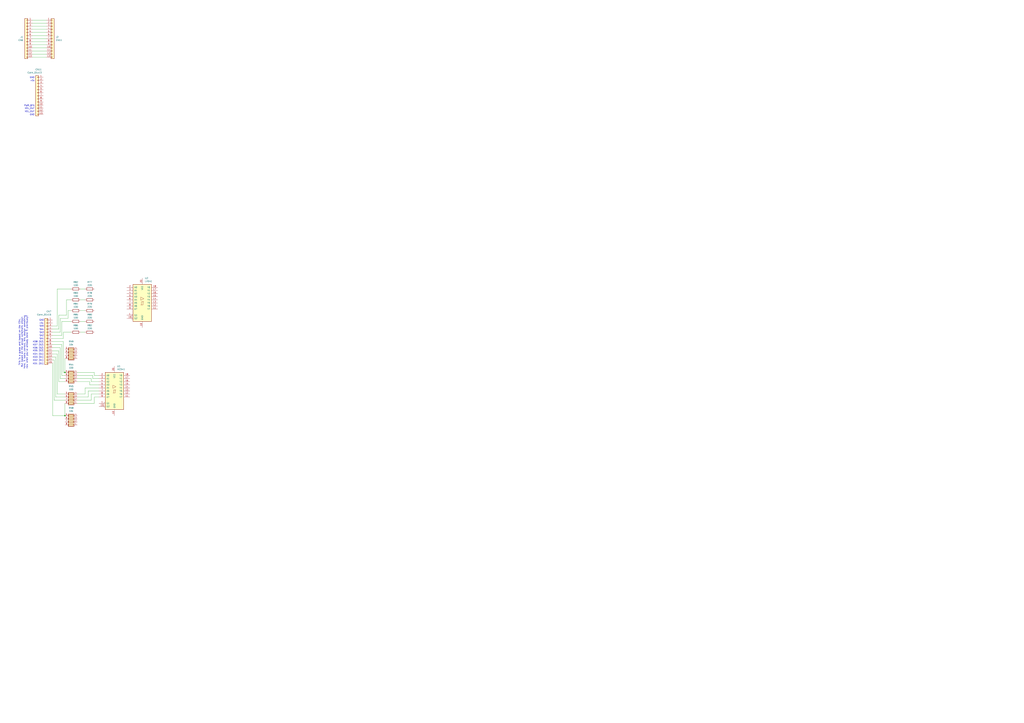
<source format=kicad_sch>
(kicad_sch (version 20231120) (generator "eeschema") (generator_version "8.0")
  (paper "A1")
  (title_block (title "KEP-692"))
  (lib_symbols
    (symbol "74xx:74AHC541" (pin_names (offset 1.016))
      (property "Reference" "U" (at -7.62 16.51 0))
      (property "Value" "74AHC541" (at -7.62 -16.51 0))
      (symbol "74AHC541_1_0"
        (polyline (pts (xy -0.635 -1.6002) (xy -0.635 0.9398) (xy 0.635 0.9398)))
        (polyline (pts (xy -1.27 -1.6002) (xy 0.635 -1.6002) (xy 0.635 0.9398) (xy 1.27 0.9398)))
        (polyline (pts (xy 1.27 3.4798) (xy -1.27 4.7498) (xy -1.27 2.2098) (xy 1.27 3.4798)) (stroke (width 0.1524)))
        (pin input inverted (at -12.7 -10.16 0) (length 5.08) (name "G1") (number "1"))
        (pin power_in line (at 0 -20.32 90) (length 5.08) (name "GND") (number "10"))
        (pin tri_state line (at 12.7 -5.08 180) (length 5.08) (name "Y7") (number "11"))
        (pin tri_state line (at 12.7 -2.54 180) (length 5.08) (name "Y6") (number "12"))
        (pin tri_state line (at 12.7 0 180) (length 5.08) (name "Y5") (number "13"))
        (pin tri_state line (at 12.7 2.54 180) (length 5.08) (name "Y4") (number "14"))
        (pin tri_state line (at 12.7 5.08 180) (length 5.08) (name "Y3") (number "15"))
        (pin tri_state line (at 12.7 7.62 180) (length 5.08) (name "Y2") (number "16"))
        (pin tri_state line (at 12.7 10.16 180) (length 5.08) (name "Y1") (number "17"))
        (pin tri_state line (at 12.7 12.7 180) (length 5.08) (name "Y0") (number "18"))
        (pin input inverted (at -12.7 -12.7 0) (length 5.08) (name "G2") (number "19"))
        (pin input line (at -12.7 12.7 0) (length 5.08) (name "A0") (number "2"))
        (pin power_in line (at 0 20.32 270) (length 5.08) (name "VCC") (number "20"))
        (pin input line (at -12.7 10.16 0) (length 5.08) (name "A1") (number "3"))
        (pin input line (at -12.7 7.62 0) (length 5.08) (name "A2") (number "4"))
        (pin input line (at -12.7 5.08 0) (length 5.08) (name "A3") (number "5"))
        (pin input line (at -12.7 2.54 0) (length 5.08) (name "A4") (number "6"))
        (pin input line (at -12.7 0 0) (length 5.08) (name "A5") (number "7"))
        (pin input line (at -12.7 -2.54 0) (length 5.08) (name "A6") (number "8"))
        (pin input line (at -12.7 -5.08 0) (length 5.08) (name "A7") (number "9"))
      )
      (symbol "74AHC541_1_1"
        (rectangle (start -7.62 15.24) (end 7.62 -15.24) (stroke (width 0.254)) (fill (type background)))
      )
    )
    (symbol "Connector_Generic:Conn_01x13" (pin_names (offset 1.016) hide)
      (property "Reference" "J" (at 0 17.78 0))
      (property "Value" "Conn_01x13" (at 0 -17.78 0))
      (symbol "Conn_01x13_1_1"
        (rectangle (start -1.27 -15.113) (end 0 -15.367) (stroke (width 0.1524)))
        (rectangle (start -1.27 -12.573) (end 0 -12.827) (stroke (width 0.1524)))
        (rectangle (start -1.27 -10.033) (end 0 -10.287) (stroke (width 0.1524)))
        (rectangle (start -1.27 -7.493) (end 0 -7.747) (stroke (width 0.1524)))
        (rectangle (start -1.27 -4.953) (end 0 -5.207) (stroke (width 0.1524)))
        (rectangle (start -1.27 -2.413) (end 0 -2.667) (stroke (width 0.1524)))
        (rectangle (start -1.27 0.127) (end 0 -0.127) (stroke (width 0.1524)))
        (rectangle (start -1.27 2.667) (end 0 2.413) (stroke (width 0.1524)))
        (rectangle (start -1.27 5.207) (end 0 4.953) (stroke (width 0.1524)))
        (rectangle (start -1.27 7.747) (end 0 7.493) (stroke (width 0.1524)))
        (rectangle (start -1.27 10.287) (end 0 10.033) (stroke (width 0.1524)))
        (rectangle (start -1.27 12.827) (end 0 12.573) (stroke (width 0.1524)))
        (rectangle (start -1.27 15.367) (end 0 15.113) (stroke (width 0.1524)))
        (rectangle (start -1.27 16.51) (end 1.27 -16.51) (stroke (width 0.254)) (fill (type background)))
        (pin passive line (at -5.08 15.24 0) (length 3.81) (name "Pin_1") (number "1"))
        (pin passive line (at -5.08 -7.62 0) (length 3.81) (name "Pin_10") (number "10"))
        (pin passive line (at -5.08 -10.16 0) (length 3.81) (name "Pin_11") (number "11"))
        (pin passive line (at -5.08 -12.7 0) (length 3.81) (name "Pin_12") (number "12"))
        (pin passive line (at -5.08 -15.24 0) (length 3.81) (name "Pin_13") (number "13"))
        (pin passive line (at -5.08 12.7 0) (length 3.81) (name "Pin_2") (number "2"))
        (pin passive line (at -5.08 10.16 0) (length 3.81) (name "Pin_3") (number "3"))
        (pin passive line (at -5.08 7.62 0) (length 3.81) (name "Pin_4") (number "4"))
        (pin passive line (at -5.08 5.08 0) (length 3.81) (name "Pin_5") (number "5"))
        (pin passive line (at -5.08 2.54 0) (length 3.81) (name "Pin_6") (number "6"))
        (pin passive line (at -5.08 0 0) (length 3.81) (name "Pin_7") (number "7"))
        (pin passive line (at -5.08 -2.54 0) (length 3.81) (name "Pin_8") (number "8"))
        (pin passive line (at -5.08 -5.08 0) (length 3.81) (name "Pin_9") (number "9"))
      )
    )
    (symbol "Connector_Generic:Conn_01x15" (pin_names (offset 1.016) hide)
      (property "Reference" "J" (at 0 20.32 0))
      (property "Value" "Conn_01x15" (at 0 -20.32 0))
      (symbol "Conn_01x15_1_1"
        (rectangle (start -1.27 -17.653) (end 0 -17.907) (stroke (width 0.1524)))
        (rectangle (start -1.27 -15.113) (end 0 -15.367) (stroke (width 0.1524)))
        (rectangle (start -1.27 -12.573) (end 0 -12.827) (stroke (width 0.1524)))
        (rectangle (start -1.27 -10.033) (end 0 -10.287) (stroke (width 0.1524)))
        (rectangle (start -1.27 -7.493) (end 0 -7.747) (stroke (width 0.1524)))
        (rectangle (start -1.27 -4.953) (end 0 -5.207) (stroke (width 0.1524)))
        (rectangle (start -1.27 -2.413) (end 0 -2.667) (stroke (width 0.1524)))
        (rectangle (start -1.27 0.127) (end 0 -0.127) (stroke (width 0.1524)))
        (rectangle (start -1.27 2.667) (end 0 2.413) (stroke (width 0.1524)))
        (rectangle (start -1.27 5.207) (end 0 4.953) (stroke (width 0.1524)))
        (rectangle (start -1.27 7.747) (end 0 7.493) (stroke (width 0.1524)))
        (rectangle (start -1.27 10.287) (end 0 10.033) (stroke (width 0.1524)))
        (rectangle (start -1.27 12.827) (end 0 12.573) (stroke (width 0.1524)))
        (rectangle (start -1.27 15.367) (end 0 15.113) (stroke (width 0.1524)))
        (rectangle (start -1.27 17.907) (end 0 17.653) (stroke (width 0.1524)))
        (rectangle (start -1.27 19.05) (end 1.27 -19.05) (stroke (width 0.254)) (fill (type background)))
        (pin passive line (at -5.08 17.78 0) (length 3.81) (name "Pin_1") (number "1"))
        (pin passive line (at -5.08 -5.08 0) (length 3.81) (name "Pin_10") (number "10"))
        (pin passive line (at -5.08 -7.62 0) (length 3.81) (name "Pin_11") (number "11"))
        (pin passive line (at -5.08 -10.16 0) (length 3.81) (name "Pin_12") (number "12"))
        (pin passive line (at -5.08 -12.7 0) (length 3.81) (name "Pin_13") (number "13"))
        (pin passive line (at -5.08 -15.24 0) (length 3.81) (name "Pin_14") (number "14"))
        (pin passive line (at -5.08 -17.78 0) (length 3.81) (name "Pin_15") (number "15"))
        (pin passive line (at -5.08 15.24 0) (length 3.81) (name "Pin_2") (number "2"))
        (pin passive line (at -5.08 12.7 0) (length 3.81) (name "Pin_3") (number "3"))
        (pin passive line (at -5.08 10.16 0) (length 3.81) (name "Pin_4") (number "4"))
        (pin passive line (at -5.08 7.62 0) (length 3.81) (name "Pin_5") (number "5"))
        (pin passive line (at -5.08 5.08 0) (length 3.81) (name "Pin_6") (number "6"))
        (pin passive line (at -5.08 2.54 0) (length 3.81) (name "Pin_7") (number "7"))
        (pin passive line (at -5.08 0 0) (length 3.81) (name "Pin_8") (number "8"))
        (pin passive line (at -5.08 -2.54 0) (length 3.81) (name "Pin_9") (number "9"))
      )
    )
    (symbol "Device:R" (pin_numbers hide) (pin_names (offset 0))
      (property "Reference" "R" (at 2.032 0 90))
      (property "Value" "R" (at 0 0 90))
      (symbol "R_0_1"
        (rectangle (start -1.016 -2.54) (end 1.016 2.54) (stroke (width 0.254)))
      )
      (symbol "R_1_1"
        (pin passive line (at 0 3.81 270) (length 1.27) (name "~") (number "1"))
        (pin passive line (at 0 -3.81 90) (length 1.27) (name "~") (number "2"))
      )
    )
    (symbol "Device:R_Pack04" (pin_names (offset 0) hide)
      (property "Reference" "RN" (at -7.62 0 90))
      (property "Value" "R_Pack04" (at 5.08 0 90))
      (symbol "R_Pack04_0_1"
        (rectangle (start -6.35 -2.413) (end 3.81 2.413) (stroke (width 0.254)) (fill (type background)))
        (rectangle (start -5.715 1.905) (end -4.445 -1.905) (stroke (width 0.254)))
        (rectangle (start -3.175 1.905) (end -1.905 -1.905) (stroke (width 0.254)))
        (rectangle (start -0.635 1.905) (end 0.635 -1.905) (stroke (width 0.254)))
        (polyline (pts (xy -5.08 -2.54) (xy -5.08 -1.905)))
        (polyline (pts (xy -5.08 1.905) (xy -5.08 2.54)))
        (polyline (pts (xy -2.54 -2.54) (xy -2.54 -1.905)))
        (polyline (pts (xy -2.54 1.905) (xy -2.54 2.54)))
        (polyline (pts (xy 0 -2.54) (xy 0 -1.905)))
        (polyline (pts (xy 0 1.905) (xy 0 2.54)))
        (polyline (pts (xy 2.54 -2.54) (xy 2.54 -1.905)))
        (polyline (pts (xy 2.54 1.905) (xy 2.54 2.54)))
        (rectangle (start 1.905 1.905) (end 3.175 -1.905) (stroke (width 0.254)))
      )
      (symbol "R_Pack04_1_1"
        (pin passive line (at -5.08 -5.08 90) (length 2.54) (name "R1.1") (number "1"))
        (pin passive line (at -2.54 -5.08 90) (length 2.54) (name "R2.1") (number "2"))
        (pin passive line (at 0 -5.08 90) (length 2.54) (name "R3.1") (number "3"))
        (pin passive line (at 2.54 -5.08 90) (length 2.54) (name "R4.1") (number "4"))
        (pin passive line (at 2.54 5.08 270) (length 2.54) (name "R4.2") (number "5"))
        (pin passive line (at 0 5.08 270) (length 2.54) (name "R3.2") (number "6"))
        (pin passive line (at -2.54 5.08 270) (length 2.54) (name "R2.2") (number "7"))
        (pin passive line (at -5.08 5.08 270) (length 2.54) (name "R1.2") (number "8"))
      )
    )
  )
  (junction (at 53.34 341.63))
  (junction (at 53.34 306.07))
  (wire (pts (xy 48.26 270.51) (xy 43.18 270.51)))
  (wire (pts (xy 48.26 288.29) (xy 48.26 313.69)))
  (wire (pts (xy 49.53 261.62) (xy 49.53 273.05)))
  (wire (pts (xy 26.67 24.13) (xy 38.1 24.13)))
  (wire (pts (xy 63.5 306.07) (xy 77.47 306.07)))
  (wire (pts (xy 66.04 255.27) (xy 69.85 255.27)))
  (wire (pts (xy 46.99 237.49) (xy 46.99 267.97)))
  (wire (pts (xy 45.72 326.39) (xy 53.34 326.39)))
  (wire (pts (xy 53.34 331.47) (xy 53.34 341.63)))
  (wire (pts (xy 50.8 283.21) (xy 50.8 308.61)))
  (wire (pts (xy 53.34 323.85) (xy 46.99 323.85)))
  (wire (pts (xy 66.04 246.38) (xy 69.85 246.38)))
  (wire (pts (xy 77.47 331.47) (xy 77.47 326.39)))
  (wire (pts (xy 43.18 293.37) (xy 45.72 293.37)))
  (wire (pts (xy 69.85 323.85) (xy 69.85 318.77)))
  (wire (pts (xy 69.85 318.77) (xy 81.28 318.77)))
  (wire (pts (xy 26.67 19.05) (xy 38.1 19.05)))
  (wire (pts (xy 43.18 288.29) (xy 48.26 288.29)))
  (wire (pts (xy 52.07 280.67) (xy 43.18 280.67)))
  (wire (pts (xy 63.5 308.61) (xy 76.2 308.61)))
  (wire (pts (xy 44.45 295.91) (xy 43.18 295.91)))
  (wire (pts (xy 26.67 39.37) (xy 38.1 39.37)))
  (wire (pts (xy 63.5 331.47) (xy 77.47 331.47)))
  (wire (pts (xy 49.53 273.05) (xy 43.18 273.05)))
  (wire (pts (xy 55.88 261.62) (xy 49.53 261.62)))
  (wire (pts (xy 49.53 285.75) (xy 43.18 285.75)))
  (wire (pts (xy 73.66 316.23) (xy 81.28 316.23)))
  (wire (pts (xy 43.18 341.63) (xy 53.34 341.63)))
  (wire (pts (xy 26.67 31.75) (xy 38.1 31.75)))
  (wire (pts (xy 73.66 313.69) (xy 73.66 316.23)))
  (wire (pts (xy 46.99 323.85) (xy 46.99 290.83)))
  (wire (pts (xy 63.5 311.15) (xy 74.93 311.15)))
  (wire (pts (xy 76.2 308.61) (xy 76.2 311.15)))
  (wire (pts (xy 26.67 16.51) (xy 38.1 16.51)))
  (wire (pts (xy 53.34 311.15) (xy 49.53 311.15)))
  (wire (pts (xy 43.18 298.45) (xy 43.18 341.63)))
  (wire (pts (xy 50.8 264.16) (xy 50.8 275.59)))
  (wire (pts (xy 26.67 46.99) (xy 38.1 46.99)))
  (wire (pts (xy 43.18 283.21) (xy 50.8 283.21)))
  (wire (pts (xy 50.8 275.59) (xy 43.18 275.59)))
  (wire (pts (xy 52.07 278.13) (xy 43.18 278.13)))
  (wire (pts (xy 58.42 273.05) (xy 52.07 273.05)))
  (wire (pts (xy 55.88 255.27) (xy 55.88 261.62)))
  (wire (pts (xy 63.5 326.39) (xy 72.39 326.39)))
  (wire (pts (xy 53.34 294.64) (xy 53.34 306.07)))
  (wire (pts (xy 58.42 264.16) (xy 50.8 264.16)))
  (wire (pts (xy 72.39 326.39) (xy 72.39 321.31)))
  (wire (pts (xy 54.61 246.38) (xy 54.61 259.08)))
  (wire (pts (xy 26.67 26.67) (xy 38.1 26.67)))
  (wire (pts (xy 45.72 293.37) (xy 45.72 326.39)))
  (wire (pts (xy 26.67 36.83) (xy 38.1 36.83)))
  (wire (pts (xy 53.34 328.93) (xy 44.45 328.93)))
  (wire (pts (xy 49.53 311.15) (xy 49.53 285.75)))
  (wire (pts (xy 72.39 321.31) (xy 81.28 321.31)))
  (wire (pts (xy 63.5 313.69) (xy 73.66 313.69)))
  (wire (pts (xy 46.99 290.83) (xy 43.18 290.83)))
  (wire (pts (xy 74.93 323.85) (xy 81.28 323.85)))
  (wire (pts (xy 74.93 313.69) (xy 81.28 313.69)))
  (wire (pts (xy 66.04 273.05) (xy 69.85 273.05)))
  (wire (pts (xy 26.67 34.29) (xy 38.1 34.29)))
  (wire (pts (xy 26.67 44.45) (xy 38.1 44.45)))
  (wire (pts (xy 44.45 328.93) (xy 44.45 295.91)))
  (wire (pts (xy 48.26 313.69) (xy 53.34 313.69)))
  (wire (pts (xy 58.42 255.27) (xy 55.88 255.27)))
  (wire (pts (xy 26.67 41.91) (xy 38.1 41.91)))
  (wire (pts (xy 77.47 308.61) (xy 81.28 308.61)))
  (wire (pts (xy 58.42 246.38) (xy 54.61 246.38)))
  (wire (pts (xy 63.5 323.85) (xy 69.85 323.85)))
  (wire (pts (xy 66.04 264.16) (xy 69.85 264.16)))
  (wire (pts (xy 74.93 311.15) (xy 74.93 313.69)))
  (wire (pts (xy 26.67 21.59) (xy 38.1 21.59)))
  (wire (pts (xy 77.47 306.07) (xy 77.47 308.61)))
  (wire (pts (xy 63.5 328.93) (xy 74.93 328.93)))
  (wire (pts (xy 53.34 306.07) (xy 52.07 306.07)))
  (wire (pts (xy 52.07 273.05) (xy 52.07 278.13)))
  (wire (pts (xy 66.04 237.49) (xy 69.85 237.49)))
  (wire (pts (xy 46.99 237.49) (xy 58.42 237.49)))
  (wire (pts (xy 50.8 308.61) (xy 53.34 308.61)))
  (wire (pts (xy 52.07 306.07) (xy 52.07 280.67)))
  (wire (pts (xy 46.99 267.97) (xy 43.18 267.97)))
  (wire (pts (xy 76.2 311.15) (xy 81.28 311.15)))
  (wire (pts (xy 26.67 29.21) (xy 38.1 29.21)))
  (wire (pts (xy 48.26 259.08) (xy 54.61 259.08)))
  (wire (pts (xy 48.26 259.08) (xy 48.26 270.51)))
  (wire (pts (xy 77.47 326.39) (xy 81.28 326.39)))
  (wire (pts (xy 74.93 328.93) (xy 74.93 323.85)))
  (text "This is a guess and based on the ES4.\nBut based on the actual schematic shown\nhere, it looks correct. Why design something\nnew when you've already done it previously?" (at 19.05 281.178 90) (effects (font (size 1.27 1.27))))
  (text "SA5" (at 34.29 267.97 0) (effects (font (size 1.27 1.27))))
  (text "KD6 (S2)" (at 31.496 286.004 0) (effects (font (size 1.27 1.27))))
  (text "KD7 (S2)" (at 31.496 283.464 0) (effects (font (size 1.27 1.27))))
  (text "KD5 (S2)" (at 31.496 288.29 0) (effects (font (size 1.27 1.27))))
  (text "KD8 (S2)" (at 31.496 280.924 0) (effects (font (size 1.27 1.27))))
  (text "SA1" (at 34.29 278.384 0) (effects (font (size 1.27 1.27))))
  (text "SA2" (at 34.29 275.844 0) (effects (font (size 1.27 1.27))))
  (text "VOL_OUT" (at 24.384 89.154 0) (effects (font (size 1.27 1.27))))
  (text "KD4 (S1)" (at 31.496 291.084 0) (effects (font (size 1.27 1.27))))
  (text "SA3" (at 34.29 273.304 0) (effects (font (size 1.27 1.27))))
  (text "+5v" (at 34.036 265.684 0) (effects (font (size 1.27 1.27))))
  (text "GND" (at 34.29 263.144 0) (effects (font (size 1.27 1.27))))
  (text "KD2 (S1)" (at 31.496 296.164 0) (effects (font (size 1.27 1.27))))
  (text "+5v" (at 26.67 66.294 0) (effects (font (size 1.27 1.27))))
  (text "PWR_BTN" (at 24.13 86.868 0) (effects (font (size 1.27 1.27))))
  (text "KD3 (S1)" (at 31.496 293.624 0) (effects (font (size 1.27 1.27))))
  (text "SA4" (at 34.29 270.764 0) (effects (font (size 1.27 1.27))))
  (text "GND" (at 26.416 63.754 0) (effects (font (size 1.27 1.27))))
  (text "KD1 (S1)" (at 31.496 298.958 0) (effects (font (size 1.27 1.27))))
  (text "GND" (at 26.416 94.234 0) (effects (font (size 1.27 1.27))))
  (text "VOL_OUT" (at 24.384 91.694 0) (effects (font (size 1.27 1.27))))
  (symbol (lib_id "Device:R") (at 73.66 264.16 90) (unit 1)
    (property "Reference" "R80" (at 73.66 258.572 90))
    (property "Value" "220" (at 73.66 261.112 90))
    (property "Description" "Resistor" (effects (hide yes)))
  )
  (symbol (lib_id "Device:R") (at 73.66 246.38 90) (unit 1)
    (property "Reference" "R78" (at 73.66 240.792 90))
    (property "Value" "220" (at 73.66 243.332 90))
    (property "Description" "Resistor" (effects (hide yes)))
  )
  (symbol (lib_id "Device:R_Pack04") (at 58.42 289.56 90) (unit 1)
    (property "Reference" "RN9" (at 58.42 280.67 90))
    (property "Value" "10k" (at 58.42 283.21 90))
    (property "Description" "4 resistor network, parallel topology" (effects (hide yes)))
  )
  (symbol (lib_id "Device:R") (at 73.66 255.27 90) (unit 1)
    (property "Reference" "R79" (at 73.66 249.682 90))
    (property "Value" "220" (at 73.66 252.222 90))
    (property "Description" "Resistor" (effects (hide yes)))
  )
  (symbol (lib_id "74xx:74AHC541") (at 116.84 248.92 0) (unit 1)
    (property "Reference" "U2" (at 119.0341 228.6 0) (effects (justify left)))
    (property "Value" "LV541" (at 119.0341 231.14 0) (effects (justify left)))
    (property "Datasheet" "https://www.ti.com/lit/ds/symlink/sn74ahc541.pdf" (effects (hide yes)))
    (property "Description" "8-bit Buffer/Line Driver 3-state outputs" (effects (hide yes)))
  )
  (symbol (lib_id "Device:R_Pack04") (at 58.42 344.17 90) (unit 1)
    (property "Reference" "RN8" (at 58.42 335.28 90))
    (property "Value" "10k" (at 58.42 337.82 90))
    (property "Description" "4 resistor network, parallel topology" (effects (hide yes)))
  )
  (symbol (lib_id "Device:R") (at 62.23 273.05 90) (unit 1)
    (property "Reference" "R86" (at 62.23 267.462 90))
    (property "Value" "100" (at 62.23 270.002 90))
    (property "Description" "Resistor" (effects (hide yes)))
  )
  (symbol (lib_id "Connector_Generic:Conn_01x13") (at 21.59 31.75 0) (mirror y) (unit 1)
    (property "Reference" "J1" (at 19.05 30.4799 0) (effects (justify left)))
    (property "Value" "CN6" (at 19.05 33.0199 0) (effects (justify left)))
    (property "Description" "Generic connector, single row, 01x13, script generated (kicad-library-utils/schlib/autogen/connector/)" (effects (hide yes)))
  )
  (symbol (lib_id "Connector_Generic:Conn_01x15") (at 38.1 280.67 0) (mirror y) (unit 1)
    (property "Reference" "CN7" (at 42.164 256.032 0) (effects (justify left)))
    (property "Value" "Conn_01x15" (at 42.164 258.572 0) (effects (justify left)))
    (property "Description" "Generic connector, single row, 01x15, script generated (kicad-library-utils/schlib/autogen/connector/)" (effects (hide yes)))
  )
  (symbol (lib_id "Device:R") (at 73.66 273.05 90) (unit 1)
    (property "Reference" "R82" (at 73.66 267.462 90))
    (property "Value" "220" (at 73.66 270.002 90))
    (property "Description" "Resistor" (effects (hide yes)))
  )
  (symbol (lib_id "Device:R") (at 73.66 237.49 90) (unit 1)
    (property "Reference" "R77" (at 73.66 231.902 90))
    (property "Value" "220" (at 73.66 234.442 90))
    (property "Description" "Resistor" (effects (hide yes)))
  )
  (symbol (lib_id "Connector_Generic:Conn_01x13") (at 43.18 31.75 0) (unit 1)
    (property "Reference" "J2" (at 45.72 30.4799 0) (effects (justify left)))
    (property "Value" "CN11" (at 45.72 33.0199 0) (effects (justify left)))
    (property "Description" "Generic connector, single row, 01x13, script generated (kicad-library-utils/schlib/autogen/connector/)" (effects (hide yes)))
  )
  (symbol (lib_id "74xx:74AHC541") (at 93.98 321.31 0) (unit 1)
    (property "Reference" "U1" (at 96.1741 300.99 0) (effects (justify left)))
    (property "Value" "HC541" (at 96.1741 303.53 0) (effects (justify left)))
    (property "Datasheet" "https://www.ti.com/lit/ds/symlink/sn74ahc541.pdf" (effects (hide yes)))
    (property "Description" "8-bit Buffer/Line Driver 3-state outputs" (effects (hide yes)))
  )
  (symbol (lib_id "Connector_Generic:Conn_01x13") (at 30.48 78.74 0) (mirror y) (unit 1)
    (property "Reference" "CN11" (at 34.29 57.15 0) (effects (justify left)))
    (property "Value" "Conn_01x13" (at 34.29 59.69 0) (effects (justify left)))
    (property "Description" "Generic connector, single row, 01x13, script generated (kicad-library-utils/schlib/autogen/connector/)" (effects (hide yes)))
  )
  (symbol (lib_id "Device:R") (at 62.23 255.27 90) (unit 1)
    (property "Reference" "R84" (at 62.23 249.682 90))
    (property "Value" "100" (at 62.23 252.222 90))
    (property "Description" "Resistor" (effects (hide yes)))
  )
  (symbol (lib_id "Device:R") (at 62.23 237.49 90) (unit 1)
    (property "Reference" "R82" (at 62.23 231.902 90))
    (property "Value" "100" (at 62.23 234.442 90))
    (property "Description" "Resistor" (effects (hide yes)))
  )
  (symbol (lib_id "Device:R") (at 62.23 264.16 90) (unit 1)
    (property "Reference" "R85" (at 62.23 258.572 90))
    (property "Value" "100" (at 62.23 261.112 90))
    (property "Description" "Resistor" (effects (hide yes)))
  )
  (symbol (lib_id "Device:R") (at 62.23 246.38 90) (unit 1)
    (property "Reference" "R83" (at 62.23 240.792 90))
    (property "Value" "100" (at 62.23 243.332 90))
    (property "Description" "Resistor" (effects (hide yes)))
  )
  (symbol (lib_id "Device:R_Pack04") (at 58.42 308.61 90) (unit 1)
    (property "Reference" "RN4" (at 58.42 299.72 90))
    (property "Value" "100" (at 58.42 302.26 90))
    (property "Description" "4 resistor network, parallel topology" (effects (hide yes)))
  )
  (symbol (lib_id "Device:R_Pack04") (at 58.42 326.39 90) (unit 1)
    (property "Reference" "RN5" (at 58.42 317.5 90))
    (property "Value" "100" (at 58.42 320.04 90))
    (property "Description" "4 resistor network, parallel topology" (effects (hide yes)))
  )
)
</source>
